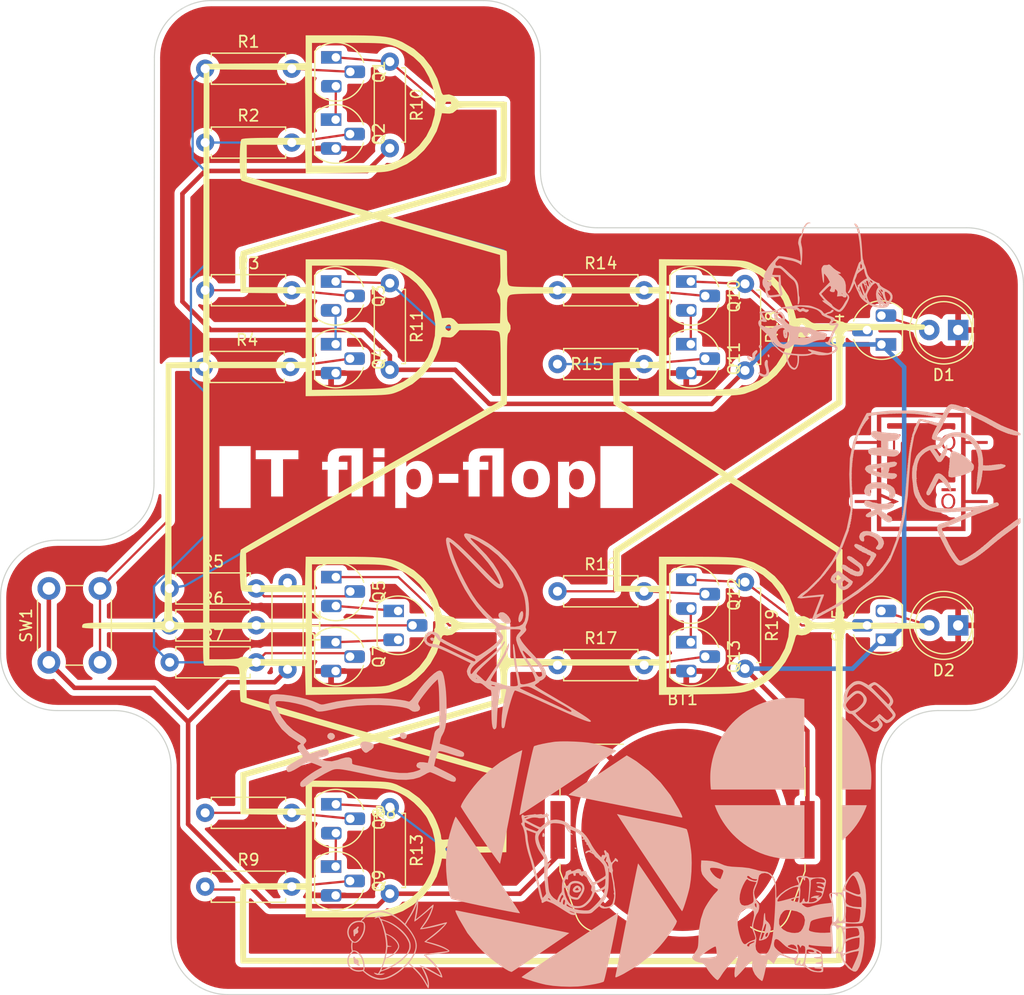
<source format=kicad_pcb>
(kicad_pcb (version 20241229) (generator "pcbnew") (generator_version "9.0")
  (layers (0 "F.Cu" signal) (2 "B.Cu" signal) (13 "F.Paste" user) (15 "B.Paste" user) (5 "F.SilkS" user "F.Silkscreen") (7 "B.SilkS" user "B.Silkscreen") (1 "F.Mask" user) (3 "B.Mask" user) (25 "Edge.Cuts" user))
  (net 0 "")
  (net 1 "GND")
  (net 2 "+3.3V")
  (net 3 "Net-(D1-A)")
  (net 4 "Net-(D2-A)")
  (net 5 "Net-(Q1-B)")
  (net 6 "Net-(Q1-E)")
  (net 7 "Net-(Q1-C)")
  (net 8 "Net-(Q2-B)")
  (net 9 "Net-(Q3-B)")
  (net 10 "Net-(Q3-E)")
  (net 11 "Net-(Q3-C)")
  (net 12 "Net-(Q4-B)")
  (net 13 "Net-(Q5-E)")
  (net 14 "Net-(Q5-B)")
  (net 15 "Net-(Q5-C)")
  (net 16 "Net-(Q6-E)")
  (net 17 "Net-(Q6-B)")
  (net 18 "Net-(Q7-B)")
  (net 19 "Net-(Q8-C)")
  (net 20 "Net-(Q8-E)")
  (net 21 "Net-(Q8-B)")
  (net 22 "Net-(Q9-B)")
  (net 23 "Net-(Q10-B)")
  (net 24 "Net-(Q10-E)")
  (net 25 "Net-(Q10-C)")
  (net 26 "Net-(Q11-B)")
  (net 27 "Net-(Q12-C)")
  (net 28 "Net-(Q12-E)")
  (net 29 "Net-(Q12-B)")
  (net 30 "Net-(Q13-B)")
  (net 31 "Net-(R4-Pad1)")
  (footprint "Package_TO_SOT_THT:TO-92L_HandSolder" (layer "F.Cu") (at 168.23 101.48 -90)
    (property "Reference" "Q13" (at 1.27 -3.8 90) (layer "F.SilkS"))
    (property "Value" "NPN")
    (pad "1" thru_hole rect (at 0 0 270) (size 1.1 1.8) (drill 0.75 (offset 0 0.4)) (layers "*.Cu" "*.Mask") (net 28 "Net-(Q12-E)"))
    (pad "2" thru_hole roundrect (at 1.27 -1.27 270) (size 1.1 1.8) (drill 0.75 (offset 0 -0.4)) (layers "*.Cu" "*.Mask") (net 30 "Net-(Q13-B)"))
    (pad "3" thru_hole roundrect (at 2.54 0 270) (size 1.1 1.8) (drill 0.75 (offset 0 0.4)) (layers "*.Cu" "*.Mask") (net 1 "GND"))
  )
  (footprint "Resistor_THT:R_Axial_DIN0207_L6.3mm_D2.5mm_P7.62mm_Horizontal" (layer "F.Cu") (at 122.38 96.75)
    (property "Reference" "R5" (at 3.81 -2.37 0) (layer "F.SilkS"))
    (property "Value" "220")
    (pad "1" thru_hole circle (at 0 0) (size 1.6 1.6) (drill 0.8) (layers "*.Cu" "*.Mask") (net 11 "Net-(Q3-C)"))
    (pad "2" thru_hole oval (at 7.62 0) (size 1.6 1.6) (drill 0.8) (layers "*.Cu" "*.Mask") (net 14 "Net-(Q5-B)"))
  )
  (footprint "Battery:BatteryHolder_Keystone_3034_1x20mm" (layer "F.Cu") (at 167.5 118)
    (property "Reference" "BT1" (at 0 -11.5 0) (layer "F.SilkS"))
    (property "Value" "Battery_Cell")
    (pad "1" smd rect (at -10.985 0) (size 1.27 5.08) (layers "F.Cu" "F.Mask" "F.Paste") (net 2 "+3.3V"))
    (pad "1" smd rect (at 10.985 0) (size 1.27 5.08) (layers "F.Cu" "F.Mask" "F.Paste") (net 2 "+3.3V"))
    (pad "2" smd circle (at 0 0) (size 17.8 17.8) (layers "F.Cu" "F.Mask") (net 1 "GND"))
  )
  (footprint "Resistor_THT:R_Axial_DIN0207_L6.3mm_D2.5mm_P7.62mm_Horizontal" (layer "F.Cu") (at 141.75 50.38 -90)
    (property "Reference" "R10" (at 3.81 -2.37 90) (layer "F.SilkS"))
    (property "Value" "220")
    (pad "1" thru_hole circle (at 0 0 270) (size 1.6 1.6) (drill 0.8) (layers "*.Cu" "*.Mask") (net 7 "Net-(Q1-C)"))
    (pad "2" thru_hole oval (at 7.62 0 270) (size 1.6 1.6) (drill 0.8) (layers "*.Cu" "*.Mask") (net 2 "+3.3V"))
  )
  (footprint "LED_THT:LED_D5.0mm" (layer "F.Cu") (at 191.75 74 180)
    (property "Reference" "D1" (at 1.27 -3.96 0) (layer "F.SilkS"))
    (property "Value" "LED")
    (pad "1" thru_hole rect (at 0 0 180) (size 1.8 1.8) (drill 0.9) (layers "*.Cu" "*.Mask") (net 1 "GND"))
    (pad "2" thru_hole circle (at 2.54 0 180) (size 1.8 1.8) (drill 0.9) (layers "*.Cu" "*.Mask") (net 3 "Net-(D1-A)"))
  )
  (footprint "Package_TO_SOT_THT:TO-92L_HandSolder" (layer "F.Cu") (at 136.980001 101.48 -90)
    (property "Reference" "Q7" (at 1.27 -3.8 90) (layer "F.SilkS"))
    (property "Value" "NPN")
    (pad "1" thru_hole rect (at 0 0 270) (size 1.1 1.8) (drill 0.75 (offset 0 0.4)) (layers "*.Cu" "*.Mask") (net 16 "Net-(Q6-E)"))
    (pad "2" thru_hole roundrect (at 1.27 -1.27 270) (size 1.1 1.8) (drill 0.75 (offset 0 -0.4)) (layers "*.Cu" "*.Mask") (net 18 "Net-(Q7-B)"))
    (pad "3" thru_hole roundrect (at 2.54 0 270) (size 1.1 1.8) (drill 0.75 (offset 0 0.4)) (layers "*.Cu" "*.Mask") (net 1 "GND"))
  )
  (footprint "Resistor_THT:R_Axial_DIN0207_L6.3mm_D2.5mm_P7.62mm_Horizontal" (layer "F.Cu") (at 156.5 97)
    (property "Reference" "R16" (at 3.81 -2.37 0) (layer "F.SilkS"))
    (property "Value" "4.7k")
    (pad "1" thru_hole circle (at 0 0) (size 1.6 1.6) (drill 0.8) (layers "*.Cu" "*.Mask") (net 25 "Net-(Q10-C)"))
    (pad "2" thru_hole oval (at 7.62 0) (size 1.6 1.6) (drill 0.8) (layers "*.Cu" "*.Mask") (net 29 "Net-(Q12-B)"))
  )
  (footprint "Package_TO_SOT_THT:TO-92L_HandSolder" (layer "F.Cu") (at 168.23 69.73 -90)
    (property "Reference" "Q10" (at 1.27 -3.8 90) (layer "F.SilkS"))
    (property "Value" "NPN")
    (pad "1" thru_hole rect (at 0 0 270) (size 1.1 1.8) (drill 0.75 (offset 0 0.4)) (layers "*.Cu" "*.Mask") (net 25 "Net-(Q10-C)"))
    (pad "2" thru_hole roundrect (at 1.27 -1.27 270) (size 1.1 1.8) (drill 0.75 (offset 0 -0.4)) (layers "*.Cu" "*.Mask") (net 23 "Net-(Q10-B)"))
    (pad "3" thru_hole roundrect (at 2.54 0 270) (size 1.1 1.8) (drill 0.75 (offset 0 0.4)) (layers "*.Cu" "*.Mask") (net 24 "Net-(Q10-E)"))
  )
  (footprint "Package_TO_SOT_THT:TO-92L_HandSolder" (layer "F.Cu") (at 136.980001 121.23 -90)
    (property "Reference" "Q9" (at 1.27 -3.8 90) (layer "F.SilkS"))
    (property "Value" "NPN")
    (pad "1" thru_hole rect (at 0 0 270) (size 1.1 1.8) (drill 0.75 (offset 0 0.4)) (layers "*.Cu" "*.Mask") (net 20 "Net-(Q8-E)"))
    (pad "2" thru_hole roundrect (at 1.27 -1.27 270) (size 1.1 1.8) (drill 0.75 (offset 0 -0.4)) (layers "*.Cu" "*.Mask") (net 22 "Net-(Q9-B)"))
    (pad "3" thru_hole roundrect (at 2.54 0 270) (size 1.1 1.8) (drill 0.75 (offset 0 0.4)) (layers "*.Cu" "*.Mask") (net 1 "GND"))
  )
  (footprint "Package_TO_SOT_THT:TO-92L_HandSolder" (layer "F.Cu") (at 136.980001 75.25 -90)
    (property "Reference" "Q4" (at 1.27 -3.8 90) (layer "F.SilkS"))
    (property "Value" "NPN")
    (pad "1" thru_hole rect (at 0 0 270) (size 1.1 1.8) (drill 0.75 (offset 0 0.4)) (layers "*.Cu" "*.Mask") (net 10 "Net-(Q3-E)"))
    (pad "2" thru_hole roundrect (at 1.27 -1.27 270) (size 1.1 1.8) (drill 0.75 (offset 0 -0.4)) (layers "*.Cu" "*.Mask") (net 12 "Net-(Q4-B)"))
    (pad "3" thru_hole roundrect (at 2.54 0 270) (size 1.1 1.8) (drill 0.75 (offset 0 0.4)) (layers "*.Cu" "*.Mask") (net 1 "GND"))
  )
  (footprint "Package_TO_SOT_THT:TO-92L_HandSolder" (layer "F.Cu") (at 168.23 75.25 -90)
    (property "Reference" "Q11" (at 1.27 -3.8 90) (layer "F.SilkS"))
    (property "Value" "NPN")
    (pad "1" thru_hole rect (at 0 0 270) (size 1.1 1.8) (drill 0.75 (offset 0 0.4)) (layers "*.Cu" "*.Mask") (net 24 "Net-(Q10-E)"))
    (pad "2" thru_hole roundrect (at 1.27 -1.27 270) (size 1.1 1.8) (drill 0.75 (offset 0 -0.4)) (layers "*.Cu" "*.Mask") (net 26 "Net-(Q11-B)"))
    (pad "3" thru_hole roundrect (at 2.54 0 270) (size 1.1 1.8) (drill 0.75 (offset 0 0.4)) (layers "*.Cu" "*.Mask") (net 1 "GND"))
  )
  (footprint "Resistor_THT:R_Axial_DIN0207_L6.3mm_D2.5mm_P7.62mm_Horizontal" (layer "F.Cu") (at 156.5 103.5)
    (property "Reference" "R17" (at 3.81 -2.37 0) (layer "F.SilkS"))
    (property "Value" "4.7k")
    (pad "1" thru_hole circle (at 0 0) (size 1.6 1.6) (drill 0.8) (layers "*.Cu" "*.Mask") (net 15 "Net-(Q5-C)"))
    (pad "2" thru_hole oval (at 7.62 0) (size 1.6 1.6) (drill 0.8) (layers "*.Cu" "*.Mask") (net 30 "Net-(Q13-B)"))
  )
  (footprint "Resistor_THT:R_Axial_DIN0207_L6.3mm_D2.5mm_P7.62mm_Horizontal" (layer "F.Cu") (at 141.75 116 -90)
    (property "Reference" "R13" (at 3.81 -2.37 90) (layer "F.SilkS"))
    (property "Value" "220")
    (pad "1" thru_hole circle (at 0 0 270) (size 1.6 1.6) (drill 0.8) (layers "*.Cu" "*.Mask") (net 19 "Net-(Q8-C)"))
    (pad "2" thru_hole oval (at 7.62 0 270) (size 1.6 1.6) (drill 0.8) (layers "*.Cu" "*.Mask") (net 2 "+3.3V"))
  )
  (footprint "Package_TO_SOT_THT:TO-92L_HandSolder" (layer "F.Cu") (at 185 75.27 90)
    (property "Reference" "Q14" (at 1.27 -3.8 90) (layer "F.SilkS"))
    (property "Value" "NPN")
    (pad "1" thru_hole rect (at 0 0 90) (size 1.1 1.8) (drill 0.75 (offset 0 0.4)) (layers "*.Cu" "*.Mask") (net 2 "+3.3V"))
    (pad "2" thru_hole roundrect (at 1.27 -1.27 90) (size 1.1 1.8) (drill 0.75 (offset 0 -0.4)) (layers "*.Cu" "*.Mask") (net 25 "Net-(Q10-C)"))
    (pad "3" thru_hole roundrect (at 2.54 0 90) (size 1.1 1.8) (drill 0.75 (offset 0 0.4)) (layers "*.Cu" "*.Mask") (net 3 "Net-(D1-A)"))
  )
  (footprint "Resistor_THT:R_Axial_DIN0207_L6.3mm_D2.5mm_P7.62mm_Horizontal" (layer "F.Cu") (at 122.38 103.25)
    (property "Reference" "R7" (at 3.81 -2.37 0) (layer "F.SilkS"))
    (property "Value" "220")
    (pad "1" thru_hole circle (at 0 0) (size 1.6 1.6) (drill 0.8) (layers "*.Cu" "*.Mask") (net 19 "Net-(Q8-C)"))
    (pad "2" thru_hole oval (at 7.62 0) (size 1.6 1.6) (drill 0.8) (layers "*.Cu" "*.Mask") (net 18 "Net-(Q7-B)"))
  )
  (footprint "Package_TO_SOT_THT:TO-92L_HandSolder" (layer "F.Cu") (at 185 101.27 90)
    (property "Reference" "Q15" (at 1.27 -3.8 90) (layer "F.SilkS"))
    (property "Value" "NPN")
    (pad "1" thru_hole rect (at 0 0 90) (size 1.1 1.8) (drill 0.75 (offset 0 0.4)) (layers "*.Cu" "*.Mask") (net 2 "+3.3V"))
    (pad "2" thru_hole roundrect (at 1.27 -1.27 90) (size 1.1 1.8) (drill 0.75 (offset 0 -0.4)) (layers "*.Cu" "*.Mask") (net 27 "Net-(Q12-C)"))
    (pad "3" thru_hole roundrect (at 2.54 0 90) (size 1.1 1.8) (drill 0.75 (offset 0 0.4)) (layers "*.Cu" "*.Mask") (net 4 "Net-(D2-A)"))
  )
  (footprint "Resistor_THT:R_Axial_DIN0207_L6.3mm_D2.5mm_P7.62mm_Horizontal" (layer "F.Cu") (at 173 96.19 -90)
    (property "Reference" "R19" (at 3.81 -2.37 90) (layer "F.SilkS"))
    (property "Value" "220")
    (pad "1" thru_hole circle (at 0 0 270) (size 1.6 1.6) (drill 0.8) (layers "*.Cu" "*.Mask") (net 27 "Net-(Q12-C)"))
    (pad "2" thru_hole oval (at 7.62 0 270) (size 1.6 1.6) (drill 0.8) (layers "*.Cu" "*.Mask") (net 2 "+3.3V"))
  )
  (footprint "Resistor_THT:R_Axial_DIN0207_L6.3mm_D2.5mm_P7.62mm_Horizontal" (layer "F.Cu") (at 141.75 69.88 -90)
    (property "Reference" "R11" (at 3.81 -2.37 90) (layer "F.SilkS"))
    (property "Value" "220")
    (pad "1" thru_hole circle (at 0 0 270) (size 1.6 1.6) (drill 0.8) (layers "*.Cu" "*.Mask") (net 11 "Net-(Q3-C)"))
    (pad "2" thru_hole oval (at 7.62 0 270) (size 1.6 1.6) (drill 0.8) (layers "*.Cu" "*.Mask") (net 2 "+3.3V"))
  )
  (footprint "Package_TO_SOT_THT:TO-92L_HandSolder" (layer "F.Cu") (at 137 95.75 -90)
    (property "Reference" "Q5" (at 1.27 -3.8 90) (layer "F.SilkS"))
    (property "Value" "NPN")
    (pad "1" thru_hole rect (at 0 0 270) (size 1.1 1.8) (drill 0.75 (offset 0 0.4)) (layers "*.Cu" "*.Mask") (net 15 "Net-(Q5-C)"))
    (pad "2" thru_hole roundrect (at 1.27 -1.27 270) (size 1.1 1.8) (drill 0.75 (offset 0 -0.4)) (layers "*.Cu" "*.Mask") (net 14 "Net-(Q5-B)"))
    (pad "3" thru_hole roundrect (at 2.54 0 270) (size 1.1 1.8) (drill 0.75 (offset 0 0.4)) (layers "*.Cu" "*.Mask") (net 13 "Net-(Q5-E)"))
  )
  (footprint "Resistor_THT:R_Axial_DIN0207_L6.3mm_D2.5mm_P7.62mm_Horizontal" (layer "F.Cu") (at 125.5 57.5)
    (property "Reference" "R2" (at 3.81 -2.37 0) (layer "F.SilkS"))
    (property "Value" "4.7k")
    (pad "1" thru_hole circle (at 0 0) (size 1.6 1.6) (drill 0.8) (layers "*.Cu" "*.Mask") (net 11 "Net-(Q3-C)"))
    (pad "2" thru_hole oval (at 7.62 0) (size 1.6 1.6) (drill 0.8) (layers "*.Cu" "*.Mask") (net 8 "Net-(Q2-B)"))
  )
  (footprint "Package_TO_SOT_THT:TO-92L_HandSolder" (layer "F.Cu") (at 137 115.75 -90)
    (property "Reference" "Q8" (at 1.27 -3.8 90) (layer "F.SilkS"))
    (property "Value" "NPN")
    (pad "1" thru_hole rect (at 0 0 270) (size 1.1 1.8) (drill 0.75 (offset 0 0.4)) (layers "*.Cu" "*.Mask") (net 19 "Net-(Q8-C)"))
    (pad "2" thru_hole roundrect (at 1.27 -1.27 270) (size 1.1 1.8) (drill 0.75 (offset 0 -0.4)) (layers "*.Cu" "*.Mask") (net 21 "Net-(Q8-B)"))
    (pad "3" thru_hole roundrect (at 2.54 0 270) (size 1.1 1.8) (drill 0.75 (offset 0 0.4)) (layers "*.Cu" "*.Mask") (net 20 "Net-(Q8-E)"))
  )
  (footprint "Resistor_THT:R_Axial_DIN0207_L6.3mm_D2.5mm_P7.62mm_Horizontal" (layer "F.Cu") (at 156.5 70.5)
    (property "Reference" "R14" (at 3.81 -2.37 0) (layer "F.SilkS"))
    (property "Value" "4.7k")
    (pad "1" thru_hole circle (at 0 0) (size 1.6 1.6) (drill 0.8) (layers "*.Cu" "*.Mask") (net 11 "Net-(Q3-C)"))
    (pad "2" thru_hole oval (at 7.62 0) (size 1.6 1.6) (drill 0.8) (layers "*.Cu" "*.Mask") (net 23 "Net-(Q10-B)"))
  )
  (footprint "LED_THT:LED_D5.0mm" (layer "F.Cu") (at 191.75 100 180)
    (property "Reference" "D2" (at 1.27 -3.96 0) (layer "F.SilkS"))
    (property "Value" "LED")
    (pad "1" thru_hole rect (at 0 0 180) (size 1.8 1.8) (drill 0.9) (layers "*.Cu" "*.Mask") (net 1 "GND"))
    (pad "2" thru_hole circle (at 2.54 0 180) (size 1.8 1.8) (drill 0.9) (layers "*.Cu" "*.Mask") (net 4 "Net-(D2-A)"))
  )
  (footprint "clipboard:47bf48cc-69b8-420b-ba80-34749ad7fe65" (layer "F.Cu") (at 188.5 91.304809)
    (property "Reference" "" (hide yes))
    (property "Value" "")
  )
  (footprint "Resistor_THT:R_Axial_DIN0207_L6.3mm_D2.5mm_P7.62mm_Horizontal" (layer "F.Cu") (at 125.5 70.5)
    (property "Reference" "R3" (at 3.81 -2.37 0) (layer "F.SilkS"))
    (property "Value" "220")
    (pad "1" thru_hole circle (at 0 0) (size 1.6 1.6) (drill 0.8) (layers "*.Cu" "*.Mask") (net 7 "Net-(Q1-C)"))
    (pad "2" thru_hole oval (at 7.62 0) (size 1.6 1.6) (drill 0.8) (layers "*.Cu" "*.Mask") (net 9 "Net-(Q3-B)"))
  )
  (footprint "Package_TO_SOT_THT:TO-92L_HandSolder" (layer "F.Cu") (at 137 50 -90)
    (property "Reference" "Q1" (at 1.27 -3.8 90) (layer "F.SilkS"))
    (property "Value" "NPN")
    (pad "1" thru_hole rect (at 0 0 270) (size 1.1 1.8) (drill 0.75 (offset 0 0.4)) (layers "*.Cu" "*.Mask") (net 7 "Net-(Q1-C)"))
    (pad "2" thru_hole roundrect (at 1.27 -1.27 270) (size 1.1 1.8) (drill 0.75 (offset 0 -0.4)) (layers "*.Cu" "*.Mask") (net 5 "Net-(Q1-B)"))
    (pad "3" thru_hole roundrect (at 2.54 0 270) (size 1.1 1.8) (drill 0.75 (offset 0 0.4)) (layers "*.Cu" "*.Mask") (net 6 "Net-(Q1-E)"))
  )
  (footprint "Package_TO_SOT_THT:TO-92L_HandSolder" (layer "F.Cu") (at 142.48 98.73 -90)
    (property "Reference" "Q6" (at 1.27 -3.8 90) (layer "F.SilkS"))
    (property "Value" "NPN")
    (pad "1" thru_hole rect (at 0 0 270) (size 1.1 1.8) (drill 0.75 (offset 0 0.4)) (layers "*.Cu" "*.Mask") (net 13 "Net-(Q5-E)"))
    (pad "2" thru_hole roundrect (at 1.27 -1.27 270) (size 1.1 1.8) (drill 0.75 (offset 0 -0.4)) (layers "*.Cu" "*.Mask") (net 17 "Net-(Q6-B)"))
    (pad "3" thru_hole roundrect (at 2.54 0 270) (size 1.1 1.8) (drill 0.75 (offset 0 0.4)) (layers "*.Cu" "*.Mask") (net 16 "Net-(Q6-E)"))
  )
  (footprint "Resistor_THT:R_Axial_DIN0207_L6.3mm_D2.5mm_P7.62mm_Horizontal" (layer "F.Cu") (at 125.38 77.25)
    (property "Reference" "R4" (at 3.81 -2.37 0) (layer "F.SilkS"))
    (property "Value" "220")
    (pad "1" thru_hole circle (at 0 0) (size 1.6 1.6) (drill 0.8) (layers "*.Cu" "*.Mask") (net 31 "Net-(R4-Pad1)"))
    (pad "2" thru_hole oval (at 7.62 0) (size 1.6 1.6) (drill 0.8) (layers "*.Cu" "*.Mask") (net 12 "Net-(Q4-B)"))
  )
  (footprint "Resistor_THT:R_Axial_DIN0207_L6.3mm_D2.5mm_P7.62mm_Horizontal" (layer "F.Cu") (at 173 69.94 -90)
    (property "Reference" "R18" (at 3.81 -2.37 90) (layer "F.SilkS"))
    (property "Value" "220")
    (pad "1" thru_hole circle (at 0 0 270) (size 1.6 1.6) (drill 0.8) (layers "*.Cu" "*.Mask") (net 25 "Net-(Q10-C)"))
    (pad "2" thru_hole oval (at 7.62 0 270) (size 1.6 1.6) (drill 0.8) (layers "*.Cu" "*.Mask") (net 2 "+3.3V"))
  )
  (footprint "Resistor_THT:R_Axial_DIN0207_L6.3mm_D2.5mm_P7.62mm_Horizontal" (layer "F.Cu") (at 156.5 77)
    (property "Reference" "R15" (at 2.575 -0.001925 0) (layer "F.SilkS"))
    (property "Value" "4.7k")
    (pad "1" thru_hole circle (at 0 0) (size 1.6 1.6) (drill 0.8) (layers "*.Cu" "*.Mask") (net 27 "Net-(Q12-C)"))
    (pad "2" thru_hole oval (at 7.62 0) (size 1.6 1.6) (drill 0.8) (layers "*.Cu" "*.Mask") (net 26 "Net-(Q11-B)"))
  )
  (footprint "Resistor_THT:R_Axial_DIN0207_L6.3mm_D2.5mm_P7.62mm_Horizontal" (layer "F.Cu") (at 132.75 96.25 -90)
    (property "Reference" "R12" (at 3.81 -2.37 90) (layer "F.SilkS"))
    (property "Value" "220")
    (pad "1" thru_hole circle (at 0 0 270) (size 1.6 1.6) (drill 0.8) (layers "*.Cu" "*.Mask") (net 15 "Net-(Q5-C)"))
    (pad "2" thru_hole oval (at 7.62 0 270) (size 1.6 1.6) (drill 0.8) (layers "*.Cu" "*.Mask") (net 2 "+3.3V"))
  )
  (footprint "Resistor_THT:R_Axial_DIN0207_L6.3mm_D2.5mm_P7.62mm_Horizontal" (layer "F.Cu") (at 125.5 116.5)
    (property "Reference" "R8" (at 15.845 -0.001925 0) (layer "F.SilkS"))
    (property "Value" "220")
    (pad "1" thru_hole circle (at 0 0) (size 1.6 1.6) (drill 0.8) (layers "*.Cu" "*.Mask") (net 15 "Net-(Q5-C)"))
    (pad "2" thru_hole oval (at 7.62 0) (size 1.6 1.6) (drill 0.8) (layers "*.Cu" "*.Mask") (net 21 "Net-(Q8-B)"))
  )
  (footprint "Package_TO_SOT_THT:TO-92L_HandSolder" (layer "F.Cu") (at 136.980001 55.48 -90)
    (property "Reference" "Q2" (at 1.27 -3.8 90) (layer "F.SilkS"))
    (property "Value" "NPN")
    (pad "1" thru_hole rect (at 0 0 270) (size 1.1 1.8) (drill 0.75 (offset 0 0.4)) (layers "*.Cu" "*.Mask") (net 6 "Net-(Q1-E)"))
    (pad "2" thru_hole roundrect (at 1.27 -1.27 270) (size 1.1 1.8) (drill 0.75 (offset 0 -0.4)) (layers "*.Cu" "*.Mask") (net 8 "Net-(Q2-B)"))
    (pad "3" thru_hole roundrect (at 2.54 0 270) (size 1.1 1.8) (drill 0.75 (offset 0 0.4)) (layers "*.Cu" "*.Mask") (net 1 "GND"))
  )
  (footprint "Package_TO_SOT_THT:TO-92L_HandSolder" (layer "F.Cu") (at 136.980001 69.73 -90)
    (property "Reference" "Q3" (at 1.27 -3.8 90) (layer "F.SilkS"))
    (property "Value" "NPN")
    (pad "1" thru_hole rect (at 0 0 270) (size 1.1 1.8) (drill 0.75 (offset 0 0.4)) (layers "*.Cu" "*.Mask") (net 11 "Net-(Q3-C)"))
    (pad "2" thru_hole roundrect (at 1.27 -1.27 270) (size 1.1 1.8) (drill 0.75 (offset 0 -0.4)) (layers "*.Cu" "*.Mask") (net 9 "Net-(Q3-B)"))
    (pad "3" thru_hole roundrect (at 2.54 0 270) (size 1.1 1.8) (drill 0.75 (offset 0 0.4)) (layers "*.Cu" "*.Mask") (net 10 "Net-(Q3-E)"))
  )
  (footprint "Resistor_THT:R_Axial_DIN0207_L6.3mm_D2.5mm_P7.62mm_Horizontal" (layer "F.Cu") (at 122.38 100)
    (property "Reference" "R6" (at 3.81 -2.37 0) (layer "F.SilkS"))
    (property "Value" "220")
    (pad "1" thru_hole circle (at 0 0) (size 1.6 1.6) (drill 0.8) (layers "*.Cu" "*.Mask") (net 31 "Net-(R4-Pad1)"))
    (pad "2" thru_hole oval (at 7.62 0) (size 1.6 1.6) (drill 0.8) (layers "*.Cu" "*.Mask") (net 17 "Net-(Q6-B)"))
  )
  (footprint "Resistor_THT:R_Axial_DIN0207_L6.3mm_D2.5mm_P7.62mm_Horizontal" (layer "F.Cu") (at 125.5 123)
    (property "Reference" "R9" (at 3.81 -2.37 0) (layer "F.SilkS"))
    (property "Value" "47k")
    (pad "1" thru_hole circle (at 0 0) (size 1.6 1.6) (drill 0.8) (layers "*.Cu" "*.Mask") (net 27 "Net-(Q12-C)"))
    (pad "2" thru_hole oval (at 7.62 0) (size 1.6 1.6) (drill 0.8) (layers "*.Cu" "*.Mask") (net 22 "Net-(Q9-B)"))
  )
  (footprint "LOGO" (layer "F.Cu") (at 152.5 89.5)
    (property "Reference" "G***" (hide yes))
    (property "Value" "LOGO" (hide yes))
  )
  (footprint "Package_TO_SOT_THT:TO-92L_HandSolder" (layer "F.Cu") (at 168.230001 95.98 -90)
    (property "Reference" "Q12" (at 1.27 -3.8 90) (layer "F.SilkS"))
    (property "Value" "NPN")
    (pad "1" thru_hole rect (at 0 0 270) (size 1.1 1.8) (drill 0.75 (offset 0 0.4)) (layers "*.Cu" "*.Mask") (net 27 "Net-(Q12-C)"))
    (pad "2" thru_hole roundrect (at 1.27 -1.27 270) (size 1.1 1.8) (drill 0.75 (offset 0 -0.4)) (layers "*.Cu" "*.Mask") (net 29 "Net-(Q12-B)"))
    (pad "3" thru_hole roundrect (at 2.54 0 270) (size 1.1 1.8) (drill 0.75 (offset 0 0.4)) (layers "*.Cu" "*.Mask") (net 28 "Net-(Q12-E)"))
  )
  (footprint "Resistor_THT:R_Axial_DIN0207_L6.3mm_D2.5mm_P7.62mm_Horizontal" (layer "F.Cu") (at 125.5 51)
    (property "Reference" "R1" (at 3.81 -2.37 0) (layer "F.SilkS"))
    (property "Value" "4.7k")
    (pad "1" thru_hole circle (at 0 0) (size 1.6 1.6) (drill 0.8) (layers "*.Cu" "*.Mask") (net 19 "Net-(Q8-C)"))
    (pad "2" thru_hole oval (at 7.62 0) (size 1.6 1.6) (drill 0.8) (layers "*.Cu" "*.Mask") (net 5 "Net-(Q1-B)"))
  )
  (footprint "Button_Switch_THT:SW_PUSH_6mm" (layer "F.Cu") (at 111.75 103.25 90)
    (property "Reference" "SW1" (at 3.25 -2.000001 90) (layer "F.SilkS"))
    (property "Value" "SW_Push")
    (pad "1" thru_hole circle (at 0 0 180) (size 2 2) (drill 1.1) (layers "*.Cu" "*.Mask") (net 2 "+3.3V"))
    (pad "1" thru_hole circle (at 6.5 0 180) (size 2 2) (drill 1.1) (layers "*.Cu" "*.Mask") (net 2 "+3.3V"))
    (pad "2" thru_hole circle (at 0 4.500001 180) (size 2 2) (drill 1.1) (layers "*.Cu" "*.Mask") (net 31 "Net-(R4-Pad1)"))
    (pad "2" thru_hole circle (at 6.500001 4.5 180) (size 2 2) (drill 1.1) (layers "*.Cu" "*.Mask") (net 31 "Net-(R4-Pad1)"))
  )
  (footprint "clipboard:47bf48cc-69b8-420b-ba80-34749ad7fe65" (layer "F.Cu") (at 188.5 91.304809)
    (property "Reference" "" (at 0 0 0) (layer "F.SilkS") (effects (font (size 1.27 1.27))))
    (property "Value" "")
    (fp_poly (pts (xy -1.828343 -8.037091) (xy -1.828343 -7.96091) (xy -2.063234 -7.96091) (xy -2.298125 -7.96091) (xy -2.298125 -7.370508) (xy -2.298125 -6.780105) (xy -2.390177 -6.780105) (xy -2.482229 -6.780105) (xy -2.482229 -7.370508) (xy -2.482229 -7.96091) (xy -2.71712 -7.96091) (xy -2.952012 -7.96091) (xy -2.952012 -8.037091) (xy -2.952012 -8.113272) (xy -2.390177 -8.113272) (xy -1.828343 -8.113272)) (fill yes) (layer "F.Cu"))
    (fp_poly (pts (xy 3.033083 -3.245626) (xy 3.031367 -3.113897) (xy 2.415074 -3.112278) (xy 2.327693 -3.112092) (xy 2.243921 -3.111997) (xy 2.164628 -3.111991) (xy 2.090684 -3.112068) (xy 2.022961 -3.112226) (xy 1.962328 -3.112461) (xy 1.909657 -3.112769) (xy 1.865818 -3.113147) (xy 1.831682 -3.11359) (xy 1.808118 -3.114095) (xy 1.795999 -3.114659) (xy 1.794516 -3.114923) (xy 1.793226 -3.122291) (xy 1.792093 -3.140387) (xy 1.791179 -3.167242) (xy 1.790548 -3.200887) (xy 1.790263 -3.239354) (xy 1.790253 -3.248271) (xy 1.790253 -3.377356) (xy 2.412526 -3.377356) (xy 3.034799 -3.377356)) (fill yes) (layer "F.Cu"))
    (fp_poly (pts (xy 2.446926 -8.105736) (xy 2.488572 -8.102746) (xy 2.50122 -8.101054) (xy 2.585029 -8.08192) (xy 2.662774 -8.051931) (xy 2.733945 -8.011645) (xy 2.798034 -7.961624) (xy 2.854531 -7.902427) (xy 2.902928 -7.834615) (xy 2.942716 -7.758749) (xy 2.973385 -7.675388) (xy 2.994428 -7.585093) (xy 2.999341 -7.552592) (xy 3.008021 -7.449157) (xy 3.006649 -7.34984) (xy 2.995499 -7.255349) (xy 2.974848 -7.166394) (xy 2.944971 -7.083683) (xy 2.906143 -7.007924) (xy 2.85864 -6.939828) (xy 2.802737 -6.880101) (xy 2.738709 -6.829454) (xy 2.711729 -6.812395) (xy 2.68797 -6.798111) (xy 2.668908 -6.786217) (xy 2.6568 -6.778149) (xy 2.653637 -6.775437) (xy 2.657689 -6.770314) (xy 2.668932 -6.757333) (xy 2.685998 -6.738015) (xy 2.707519 -6.71388) (xy 2.732126 -6.686447) (xy 2.75845 -6.657236) (xy 2.785123 -6.627768) (xy 2.810777 -6.599563) (xy 2.834043 -6.57414) (xy 2.853552 -6.55302) (xy 2.862338 -6.543627) (xy 2.884757 -6.51982) (xy 2.773506 -6.51982) (xy 2.662256 -6.51982) (xy 2.566231 -6.623802) (xy 2.470205 -6.727784) (xy 2.369882 -6.730938) (xy 2.3111 -6.733947) (xy 2.261465 -6.739417) (xy 2.217543 -6.748102) (xy 2.175899 -6.760753) (xy 2.133101 -6.778122) (xy 2.114022 -6.786972) (xy 2.043204 -6.827743) (xy 1.97936 -6.878713) (xy 1.923166 -6.939056) (xy 1.875301 -7.007945) (xy 1.83644 -7.084554) (xy 1.81019 -7.157836) (xy 1.792674 -7.233242) (xy 1.781712 -7.316096) (xy 1.77782 -7.392797) (xy 1.973283 -7.392797) (xy 1.979869 -7.301639) (xy 1.994929 -7.218088) (xy 2.018287 -7.142581) (xy 2.049763 -7.075552) (xy 2.08918 -7.017437) (xy 2.13636 -6.96867) (xy 2.191123 -6.929687) (xy 2.209408 -6.919759) (xy 2.270756 -6.895534) (xy 2.337391 -6.881744) (xy 2.407075 -6.878597) (xy 2.477568 -6.886303) (xy 2.504449 -6.892207) (xy 2.563998 -6.913605) (xy 2.618886 -6.946169) (xy 2.668396 -6.988994) (xy 2.711807 -7.041177) (xy 2.7484 -7.101814) (xy 2.777457 -7.170001) (xy 2.798258 -7.244834) (xy 2.802502 -7.266842) (xy 2.807655 -7.307405) (xy 2.810879 -7.356514) (xy 2.812174 -7.410198) (xy 2.811536 -7.464485) (xy 2.808964 -7.515403) (xy 2.804456 -7.558983) (xy 2.802656 -7.570432) (xy 2.783997 -7.647924) (xy 2.756579 -7.718586) (xy 2.721051 -7.781619) (xy 2.678063 -7.836224) (xy 2.628264 -7.881601) (xy 2.572303 -7.91695) (xy 2.510831 -7.941474) (xy 2.498354 -7.944902) (xy 2.4686 -7.950093) (xy 2.430704 -7.953263) (xy 2.389067 -7.954357) (xy 2.348093 -7.953317) (xy 2.312182 -7.950087) (xy 2.296851 -7.947497) (xy 2.240621 -7.930537) (xy 2.188838 -7.903717) (xy 2.139481 -7.865882) (xy 2.117684 -7.845118) (xy 2.071186 -7.790646) (xy 2.034186 -7.730253) (xy 2.006289 -7.662963) (xy 1.987104 -7.587801) (xy 1.976239 -7.50379) (xy 1.975351 -7.491127) (xy 1.973283 -7.392797) (xy 1.77782 -7.392797) (xy 1.777304 -7.402969) (xy 1.77945 -7.490434) (xy 1.788149 -7.575063) (xy 1.803402 -7.653428) (xy 1.81019 -7.678406) (xy 1.840863 -7.7617) (xy 1.881316 -7.837651) (xy 1.930912 -7.90562) (xy 1.989015 -7.964969) (xy 2.054987 -8.015061) (xy 2.128194 -8.055257) (xy 2.207996 -8.08492) (xy 2.21896 -8.088007) (xy 2.254531 -8.095325) (xy 2.298909 -8.100933) (xy 2.348298 -8.104654) (xy 2.398903 -8.106314)) (fill yes) (layer "F.Cu"))
    (fp_poly (pts (xy 2.453666 -2.90317) (xy 2.498216 -2.899313) (xy 2.53391 -2.893212) (xy 2.53532 -2.892867) (xy 2.61884 -2.866003) (xy 2.694911 -2.828955) (xy 2.763283 -2.781994) (xy 2.823707 -2.725392) (xy 2.875933 -2.659424) (xy 2.919713 -2.584361) (xy 2.954797 -2.500476) (xy 2.980935 -2.408042) (xy 2.981663 -2.404754) (xy 2.985936 -2.382348) (xy 2.989073 -2.358111) (xy 2.99122 -2.329689) (xy 2.992525 -2.294725) (xy 2.993132 -2.250864) (xy 2.993223 -2.21877) (xy 2.992968 -2.168333) (xy 2.992106 -2.128228) (xy 2.99049 -2.0961) (xy 2.987973 -2.069593) (xy 2.98441 -2.046352) (xy 2.981663 -2.032787) (xy 2.956012 -1.939997) (xy 2.921808 -1.855995) (xy 2.879237 -1.781043) (xy 2.828485 -1.715404) (xy 2.769738 -1.659343) (xy 2.703182 -1.613121) (xy 2.67407 -1.597272) (xy 2.654008 -1.585768) (xy 2.645293 -1.577038) (xy 2.645502 -1.572155) (xy 2.650991 -1.565368) (xy 2.66383 -1.550569) (xy 2.682805 -1.529122) (xy 2.706704 -1.502391) (xy 2.734316 -1.471739) (xy 2.758386 -1.445176) (xy 2.787925 -1.412515) (xy 2.814547 -1.382804) (xy 2.837078 -1.357374) (xy 2.854345 -1.337557) (xy 2.865174 -1.324685) (xy 2.868425 -1.320251) (xy 2.863145 -1.317919) (xy 2.846256 -1.316089) (xy 2.81884 -1.314824) (xy 2.781977 -1.314187) (xy 2.763547 -1.314122) (xy 2.656554 -1.314122) (xy 2.557192 -1.421137) (xy 2.45783 -1.528153) (xy 2.379565 -1.528209) (xy 2.309083 -1.530709) (xy 2.246548 -1.538708) (xy 2.188064 -1.55312) (xy 2.129739 -1.574856) (xy 2.080127 -1.598361) (xy 2.024045 -1.633156) (xy 1.969891 -1.678359) (xy 1.919726 -1.731682) (xy 1.875608 -1.790838) (xy 1.839599 -1.853539) (xy 1.828442 -1.877885) (xy 1.798837 -1.96205) (xy 1.778222 -2.053524) (xy 1.766979 -2.150284) (xy 1.764877 -2.21543) (xy 1.766504 -2.249048) (xy 1.962188 -2.249048) (xy 1.962784 -2.188528) (xy 1.96629 -2.128206) (xy 1.972559 -2.071936) (xy 1.981443 -2.023573) (xy 1.983321 -2.015954) (xy 2.00419 -1.948931) (xy 2.030216 -1.891307) (xy 2.062892 -1.840323) (xy 2.103712 -1.793223) (xy 2.104306 -1.792621) (xy 2.155639 -1.747554) (xy 2.209713 -1.714127) (xy 2.268512 -1.691305) (xy 2.320345 -1.679979) (xy 2.342801 -1.678356) (xy 2.373588 -1.678547) (xy 2.408516 -1.680279) (xy 2.443391 -1.683277) (xy 2.474023 -1.687266) (xy 2.494095 -1.691366) (xy 2.557921 -1.71498) (xy 2.614951 -1.749115) (xy 2.664967 -1.793432) (xy 2.707751 -1.847591) (xy 2.743084 -1.911254) (xy 2.770748 -1.984081) (xy 2.790525 -2.065732) (xy 2.802197 -2.155869) (xy 2.803372 -2.172206) (xy 2.80408 -2.260908) (xy 2.795156 -2.347943) (xy 2.777028 -2.430917) (xy 2.750129 -2.507432) (xy 2.738575 -2.532542) (xy 2.721803 -2.564415) (xy 2.705043 -2.590437) (xy 2.684994 -2.615142) (xy 2.658358 -2.643061) (xy 2.65757 -2.643849) (xy 2.620631 -2.678187) (xy 2.586421 -2.703717) (xy 2.551289 -2.72261) (xy 2.511583 -2.737033) (xy 2.49121 -2.742653) (xy 2.444334 -2.751098) (xy 2.391662 -2.754807) (xy 2.338569 -2.753708) (xy 2.290432 -2.747732) (xy 2.279735 -2.745451) (xy 2.217003 -2.724341) (xy 2.159952 -2.692248) (xy 2.109055 -2.649768) (xy 2.064785 -2.597498) (xy 2.027615 -2.536034) (xy 1.998018 -2.465972) (xy 1.976467 -2.387908) (xy 1.970318 -2.355261) (xy 1.96465 -2.30591) (xy 1.962188 -2.249048) (xy 1.766504 -2.249048) (xy 1.769846 -2.318098) (xy 1.784511 -2.414033) (xy 1.808591 -2.502819) (xy 1.841808 -2.584043) (xy 1.883881 -2.65729) (xy 1.93453 -2.722143) (xy 1.993477 -2.77819) (xy 2.060441 -2.825013) (xy 2.135143 -2.8622) (xy 2.217303 -2.889334) (xy 2.219552 -2.889906) (xy 2.256321 -2.89679) (xy 2.301588 -2.90159) (xy 2.351882 -2.904275) (xy 2.403731 -2.904813)) (fill yes) (layer "F.Cu"))
    (fp_poly (pts (xy 3.902703 -8.77192) (xy 3.904306 -7.535566) (xy 4.878772 -7.535566) (xy 5.853237 -7.535566) (xy 5.853237 -7.405424) (xy 5.853237 -7.275281) (xy 4.878756 -7.275281) (xy 3.904274 -7.275281) (xy 3.904274 -4.805749) (xy 3.904274 -2.336216) (xy 4.878756 -2.336216) (xy 5.853237 -2.336216) (xy 5.853237 -2.206074) (xy 5.853237 -2.075931) (xy 4.878772 -2.075931) (xy 3.904306 -2.075931) (xy 3.902703 -0.839578) (xy 3.9011 0.396776) (xy 0.002651 0.398368) (xy -0.219321 0.398452) (xy -0.438141 0.398521) (xy -0.653466 0.398575) (xy -0.864952 0.398616) (xy -1.072255 0.398642) (xy -1.275033 0.398655) (xy -1.472942 0.398654) (xy -1.665637 0.398639) (xy -1.852777 0.398612) (xy -2.034017 0.398571) (xy -2.209013 0.398518) (xy -2.377423 0.398453) (xy -2.538903 0.398376) (xy -2.69311 0.398286) (xy -2.839699 0.398185) (xy -2.978327 0.398072) (xy -3.108652 0.397949) (xy -3.230329 0.397814) (xy -3.343015 0.397668) (xy -3.446366 0.397512) (xy -3.54004 0.397346) (xy -3.623692 0.397169) (xy -3.696979 0.396983) (xy -3.759558 0.396787) (xy -3.811085 0.396582) (xy -3.851217 0.396367) (xy -3.879609 0.396144) (xy -3.89592 0.395912) (xy -3.900036 0.395723) (xy -3.900463 0.389045) (xy -3.900878 0.370282) (xy -3.901279 0.340048) (xy -3.901664 0.298954) (xy -3.90203 0.247613) (xy -3.902377 0.186638) (xy -3.902702 0.116642) (xy -3.903002 0.038235) (xy -3.903275 -0.047968) (xy -3.90352 -0.141356) (xy -3.903734 -0.241315) (xy -3.903916 -0.347234) (xy -3.904063 -0.4585) (xy -3.904173 -0.574501) (xy -3.904243 -0.694624) (xy -3.904273 -0.818256) (xy -3.904274 -0.842223) (xy -3.904274 -2.075931) (xy -4.878755 -2.075931) (xy -5.853236 -2.075931) (xy -5.853236 -2.205245) (xy -3.510672 -2.205245) (xy -3.510598 -2.135659) (xy -3.510385 -2.070039) (xy -3.510045 -2.009451) (xy -3.509592 -1.954961) (xy -3.509038 -1.907634) (xy -3.508397 -1.868536) (xy -3.50768 -1.838734) (xy -3.506901 -1.819293) (xy -3.506074 -1.811279) (xy -3.505911 -1.811137) (xy -3.499461 -1.814014) (xy -3.482265 -1.821543) (xy -3.455228 -1.833329) (xy -3.419258 -1.848978) (xy -3.375259 -1.868098) (xy -3.324138 -1.890295) (xy -3.2668 -1.915176) (xy -3.204152 -1.942346) (xy -3.137098 -1.971413) (xy -3.066545 -2.001983) (xy -3.056761 -2.006221) (xy -2.985786 -2.036992) (xy -2.918183 -2.066353) (xy -2.854858 -2.093907) (xy -2.796719 -2.119256) (xy -2.744672 -2.142005) (xy -2.699625 -2.161755) (xy -2.662484 -2.17811) (xy -2.634156 -2.190672) (xy -2.615548 -2.199045) (xy -2.607568 -2.202831) (xy -2.607355 -2.202968) (xy -2.612013 -2.206238) (xy -2.627267 -2.214032) (xy -2.652046 -2.225863) (xy -2.685281 -2.241241) (xy -2.725903 -2.259679) (xy -2.772841 -2.280689) (xy -2.825027 -2.303781) (xy -2.881389 -2.328467) (xy -2.899382 -2.336298) (xy -2.963939 -2.364351) (xy -3.030531 -2.393288) (xy -3.097145 -2.422236) (xy -3.161767 -2.450318) (xy -3.222386 -2.47666) (xy -3.276987 -2.500388) (xy -3.323559 -2.520627) (xy -3.353549 -2.533659) (xy -3.510672 -2.601942) (xy -3.510672 -2.205245) (xy -5.853236 -2.205245) (xy -5.853236 -2.206074) (xy -5.853236 -2.336216) (xy -4.878755 -2.336216) (xy -3.904274 -2.336216) (xy -3.904274 -4.805749) (xy -3.904274 -6.250964) (xy -3.510672 -6.250964) (xy -3.510672 -2.89043) (xy -2.73092 -2.551426) (xy -2.636567 -2.510371) (xy -2.545441 -2.470656) (xy -2.45822 -2.432578) (xy -2.375581 -2.396435) (xy -2.2982 -2.362526) (xy -2.226756 -2.33115) (xy -2.161925 -2.302604) (xy -2.104384 -2.277187) (xy -2.054811 -2.255198) (xy -2.013882 -2.236934) (xy -1.982274 -2.222693) (xy -1.960665 -2.212775) (xy -1.949732 -2.207478) (xy -1.948479 -2.206689) (xy -1.953863 -2.203515) (xy -1.970231 -2.195595) (xy -1.99691 -2.183226) (xy -2.033232 -2.166706) (xy -2.078527 -2.146331) (xy -2.132123 -2.1224) (xy -2.193352 -2.095208) (xy -2.261543 -2.065054) (xy -2.336027 -2.032235) (xy -2.416133 -1.997048) (xy -2.501191 -1.95979) (xy -2.590532 -1.920758) (xy -2.683485 -1.880249) (xy -2.72823 -1.860785) (xy -3.510672 -1.520613) (xy -3.510672 -0.760307) (xy -3.510672 0) (xy 0 0) (xy 3.510673 0) (xy 3.510673 -4.805749) (xy 3.510673 -9.611497) (xy 0 -9.611497) (xy -3.510672 -9.611497) (xy -3.510672 -6.250964) (xy -3.904274 -6.250964) (xy -3.904274 -7.275281) (xy -4.878755 -7.275281) (xy -5.853236 -7.275281) (xy -5.853236 -7.405424) (xy -5.853236 -7.535566) (xy -4.878771 -7.535566) (xy -3.904306 -7.535566) (xy -3.902703 -8.77192) (xy -3.901099 -10.008273) (xy 0 -10.008273) (xy 3.9011 -10.008273)) (fill yes) (layer "F.Cu"))
  )
  (footprint "LOGO" (layer "B.Cu") (at 152 100.5 180)
    (property "Reference" "G***" (hide yes))
    (property "Value" "LOGO" (hide yes))
  )
  (footprint "LOGO" (layer "B.Cu") (at 177 113.5 180)
    (property "Reference" "G***" (hide yes))
    (property "Value" "LOGO" (hide yes))
  )
  (footprint "LOGO" (layer "B.Cu") (at 175.073167 125.936501 -90)
    (property "Reference" "G***" (hide yes))
    (property "Value" "LOGO" (hide yes))
  )
  (footprint "LOGO" (layer "B.Cu") (at 139 112 180)
    (property "Reference" "G***" (hide yes))
    (property "Value" "LOGO" (hide yes))
  )
  (footprint "LOGO" (layer "B.Cu") (at 157.5 121)
    (property "Reference" "G***" (hide yes))
    (property "Value" "LOGO" (hide yes))
  )
  (footprint "LOGO" (layer "B.Cu") (at 157.5 121 -90)
    (property "Reference" "G***" (hide yes))
    (property "Value" "LOGO" (hide yes))
  )
  (footprint "LOGO" (layer "B.Cu") (at 179.5 71.5)
    (property "Reference" "G***" (hide yes))
    (property "Value" "LOGO" (hide yes))
  )
  (footprint "LOGO" (layer "B.Cu") (at 187.5 90 -90)
    (property "Reference" "g" (hide yes))
    (property "Value" "LOGO" (hide yes))
  )
  (footprint "LOGO" (layer "B.Cu") (at 142.5 128 -90)
    (property "Reference" "G***" (hide yes))
    (property "Value" "LOGO" (hide yes))
  )
  (footprint "LOGO" (layer "B.Cu") (at 184 107 -135)
    (property "Reference" "G***" (hide yes))
    (property "Value" "LOGO" (hide yes))
  )
  (gr_arc (start 121 87.5) (mid 119.535534 91.035534) (end 116 92.5) (stroke (width 0.1)) (layer "Edge.Cuts"))
  (gr_line (start 160 65) (end 192.5 65) (stroke (width 0.1)) (layer "Edge.Cuts"))
  (gr_arc (start 192.5 65) (mid 196.035534 66.464466) (end 197.5 70) (stroke (width 0.1)) (layer "Edge.Cuts"))
  (gr_line (start 185 112.5) (end 185 127.5) (stroke (width 0.1)) (layer "Edge.Cuts"))
  (gr_line (start 117.5 107.5) (end 112.5 107.5) (stroke (width 0.1)) (layer "Edge.Cuts"))
  (gr_arc (start 121.035534 50) (mid 122.5 46.464466) (end 126.035534 45) (stroke (width 0.1)) (layer "Edge.Cuts"))
  (gr_arc (start 185 127.5) (mid 183.535534 131.035534) (end 180 132.5) (stroke (width 0.1)) (layer "Edge.Cuts"))
  (gr_arc (start 185 112.5) (mid 186.464466 108.964466) (end 190 107.5) (stroke (width 0.1)) (layer "Edge.Cuts"))
  (gr_line (start 122.5 127.5) (end 122.5 112.5) (stroke (width 0.1)) (layer "Edge.Cuts"))
  (gr_line (start 121 87.5) (end 121.035534 50) (stroke (width 0.1)) (layer "Edge.Cuts"))
  (gr_line (start 112.5 92.5) (end 116 92.5) (stroke (width 0.1)) (layer "Edge.Cuts"))
  (gr_arc (start 107.5 97.5) (mid 108.964466 93.964466) (end 112.5 92.5) (stroke (width 0.1)) (layer "Edge.Cuts"))
  (gr_line (start 192.5 107.5) (end 190 107.5) (stroke (width 0.1)) (layer "Edge.Cuts"))
  (gr_line (start 155 50) (end 155 60) (stroke (width 0.1)) (layer "Edge.Cuts"))
  (gr_line (start 107.5 102.5) (end 107.5 97.5) (stroke (width 0.1)) (layer "Edge.Cuts"))
  (gr_line (start 180 132.5) (end 127.5 132.5) (stroke (width 0.1)) (layer "Edge.Cuts"))
  (gr_arc (start 160 65) (mid 156.464466 63.535534) (end 155 60) (stroke (width 0.1)) (layer "Edge.Cuts"))
  (gr_arc (start 197.5 102.5) (mid 196.035534 106.035534) (end 192.5 107.5) (stroke (width 0.1)) (layer "Edge.Cuts"))
  (gr_arc (start 117.5 107.5) (mid 121.035534 108.964466) (end 122.5 112.5) (stroke (width 0.1)) (layer "Edge.Cuts"))
  (gr_line (start 126.035534 45) (end 150 45) (stroke (width 0.1)) (layer "Edge.Cuts"))
  (gr_arc (start 112.5 107.5) (mid 108.964466 106.035534) (end 107.5 102.5) (stroke (width 0.1)) (layer "Edge.Cuts"))
  (gr_arc (start 127.5 132.5) (mid 123.964466 131.035534) (end 122.5 127.5) (stroke (width 0.1)) (layer "Edge.Cuts"))
  (gr_line (start 197.5 70) (end 197.5 102.5) (stroke (width 0.1)) (layer "Edge.Cuts"))
  (gr_arc (start 150 45) (mid 153.535534 46.464466) (end 155 50) (stroke (width 0.1)) (layer "Edge.Cuts"))
  (gr_text "T flip-flop" (at 145 87 0) (layer "F.Cu" knockout) (effects (font (size 4 4) (thickness 0.5))))
  (segment (start 124 108.5) (end 127.5 105) (width 0.4) (layer "F.Cu") (net 2))
  (segment (start 150.5 80.5) (end 170.06 80.5) (width 0.4) (layer "F.Cu") (net 2))
  (segment (start 139.5 74) (end 141.75 76.25) (width 0.4) (layer "F.Cu") (net 2))
  (segment (start 125.5 60) (end 123.5 62) (width 0.4) (layer "F.Cu") (net 2))
  (segment (start 141.75 58) (end 139.75 60) (width 0.4) (layer "F.Cu") (net 2))
  (segment (start 147.5 77.5) (end 150.5 80.5) (width 0.4) (layer "F.Cu") (net 2))
  (segment (start 114 105.5) (end 111.75 103.25) (width 0.4) (layer "F.Cu") (net 2))
  (segment (start 126 74) (end 139.5 74) (width 0.4) (layer "F.Cu") (net 2))
  (segment (start 124 108.5) (end 121 105.5) (width 0.4) (layer "F.Cu") (net 2))
  (segment (start 121 105.5) (end 114 105.5) (width 0.4) (layer "F.Cu") (net 2))
  (segment (start 178.485 118) (end 178.485 109.295) (width 0.4) (layer "F.Cu") (net 2))
  (segment (start 156.515 118) (end 156.515 120.295) (width 0.4) (layer "F.Cu") (net 2))
  (segment (start 178.485 109.295) (end 173 103.81) (width 0.4) (layer "F.Cu") (net 2))
  (segment (start 141.75 77.5) (end 147.5 77.5) (width 0.4) (layer "F.Cu") (net 2))
  (segment (start 141.75 76.25) (end 141.75 77.5) (width 0.4) (layer "F.Cu") (net 2))
  (segment (start 123.5 71.5) (end 126 74) (width 0.4) (layer "F.Cu") (net 2))
  (segment (start 170.06 80.5) (end 173 77.56) (width 0.4) (layer "F.Cu") (net 2))
  (segment (start 153.19 123.62) (end 141.75 123.62) (width 0.4) (layer "F.Cu") (net 2))
  (segment (start 131.62 105) (end 132.75 103.87) (width 0.4) (layer "F.Cu") (net 2))
  (segment (start 123.5 62) (end 123.5 71.5) (width 0.4) (layer "F.Cu") (net 2))
  (segment (start 131.221 124.721) (end 124 117.5) (width 0.4) (layer "F.Cu") (net 2))
  (segment (start 127.5 105) (end 131.62 105) (width 0.4) (layer "F.Cu") (net 2))
  (segment (start 111.75 103.25) (end 111.75 96.75) (width 0.4) (layer "F.Cu") (net 2))
  (segment (start 124 117.5) (end 124 108.5) (width 0.4) (layer "F.Cu") (net 2))
  (segment (start 156.515 120.295) (end 153.19 123.62) (width 0.4) (layer "F.Cu") (net 2))
  (segment (start 141.75 123.62) (end 140.649 124.721) (width 0.4) (layer "F.Cu") (net 2))
  (segment (start 139.75 60) (end 125.5 60) (width 0.4) (layer "F.Cu") (net 2))
  (segment (start 140.649 124.721) (end 131.221 124.721) (width 0.4) (layer "F.Cu") (net 2))
  (segment (start 187 100) (end 187 77.27) (width 0.4) (layer "B.Cu") (net 2))
  (segment (start 187 77.27) (end 185 75.27) (width 0.4) (layer "B.Cu") (net 2))
  (segment (start 175.29 75.27) (end 173 77.56) (width 0.4) (layer "B.Cu") (net 2))
  (segment (start 185 101.27) (end 182.46 103.81) (width 0.4) (layer "B.Cu") (net 2))
  (segment (start 185.73 101.27) (end 187 100) (width 0.4) (layer "B.Cu") (net 2))
  (segment (start 185 75.27) (end 175.29 75.27) (width 0.4) (layer "B.Cu") (net 2))
  (segment (start 182.46 103.81) (end 173 103.81) (width 0.4) (layer "B.Cu") (net 2))
  (segment (start 185 101.27) (end 185.73 101.27) (width 0.4) (layer "B.Cu") (net 2))
  (segment (start 185 72.73) (end 189.21 74) (width 0.2) (layer "F.Cu") (net 3))
  (segment (start 185 98.73) (end 189.21 100) (width 0.2) (layer "F.Cu") (net 4))
  (segment (start 138.27 51.27) (end 133.12 51) (width 0.2) (layer "F.Cu") (net 5))
  (segment (start 136.980001 55.48) (end 137 52.54) (width 0.2) (layer "F.Cu") (net 6))
  (segment (start 151.75 60.75) (end 151.75 54) (width 0.2) (layer "F.Cu") (net 7))
  (segment (start 151.75 54) (end 146 54) (width 0.2) (layer "F.Cu") (net 7))
  (segment (start 141.75 50.38) (end 146 54) (width 0.2) (layer "F.Cu") (net 7))
  (segment (start 125.5 70.5) (end 128.75 70.5) (width 0.2) (layer "F.Cu") (net 7))
  (segment (start 137 50) (end 141.75 50.38) (width 0.2) (layer "F.Cu") (net 7))
  (segment (start 128.75 70.5) (end 128.75 67.25) (width 0.2) (layer "F.Cu") (net 7))
  (segment (start 128.75 67.25) (end 151.75 60.75) (width 0.2) (layer "F.Cu") (net 7))
  (segment (start 133.12 57.5) (end 138.250001 56.75) (width 0.2) (layer "F.Cu") (net 8))
  (segment (start 133.12 70.5) (end 138.250001 71) (width 0.2) (layer "F.Cu") (net 9))
  (segment (start 136.980001 72.27) (end 136.980001 75.25) (width 0.2) (layer "B.Cu") (net 10))
  (segment (start 141.75 69.88) (end 136.980001 69.73) (width 0.2) (layer "F.Cu") (net 11))
  (segment (start 151.75 70.5) (end 151.75 73.75) (width 0.2) (layer "B.Cu") (net 11))
  (segment (start 125.5 57.5) (end 128.75 57.5) (width 0.2) (layer "B.Cu") (net 11))
  (segment (start 151.75 73.75) (end 151.75 80.25) (width 0.2) (layer "B.Cu") (net 11))
  (segment (start 151.75 70.5) (end 156.5 70.5) (width 0.2) (layer "B.Cu") (net 11))
  (segment (start 151.75 73.75) (end 146 73.75) (width 0.2) (layer "B.Cu") (net 11))
  (segment (start 151.75 80.25) (end 123.75 96.5) (width 0.2) (layer "B.Cu") (net 11))
  (segment (start 151.75 67) (end 151.75 70.5) (width 0.2) (layer "B.Cu") (net 11))
  (segment (start 123.75 96.5) (end 122.38 96.75) (width 0.2) (layer "B.Cu") (net 11))
  (segment (start 128.75 60.5) (end 151.75 67) (width 0.2) (layer "B.Cu") (net 11))
  (segment (start 146 73.75) (end 141.75 69.88) (width 0.2) (layer "B.Cu") (net 11))
  (segment (start 128.75 57.5) (end 128.75 60.5) (width 0.2) (layer "B.Cu") (net 11))
  (segment (start 133 77.25) (end 138.250001 76.52) (width 0.2) (layer "F.Cu") (net 12))
  (segment (start 142.48 98.73) (end 137 98.29) (width 0.2) (layer "F.Cu") (net 13))
  (segment (start 130.689 97.439) (end 137.851 97.439) (width 0.2) (layer "F.Cu") (net 14))
  (segment (start 130 96.75) (end 130.689 97.439) (width 0.2) (layer "F.Cu") (net 14))
  (segment (start 137.851 97.439) (end 138.27 97.02) (width 0.2) (layer "F.Cu") (net 14))
  (segment (start 128.75 113.25) (end 128.75 116.5) (width 0.2) (layer "F.Cu") (net 15))
  (segment (start 151.75 103.5) (end 151.75 100) (width 0.2) (layer "F.Cu") (net 15))
  (segment (start 128.75 116.5) (end 125.5 116.5) (width 0.2) (layer "F.Cu") (net 15))
  (segment (start 151.75 103.5) (end 151.75 106.5) (width 0.2) (layer "F.Cu") (net 15))
  (segment (start 156.5 103.5) (end 151.75 103.5) (width 0.2) (layer "F.Cu") (net 15))
  (segment (start 147 100) (end 142.5 95.75) (width 0.2) (layer "F.Cu") (net 15))
  (segment (start 137 95.75) (end 142.5 95.75) (width 0.2) (layer "F.Cu") (net 15))
  (segment (start 151.75 106.5) (end 128.75 113.25) (width 0.2) (layer "F.Cu") (net 15))
  (segment (start 151.75 100) (end 147 100) (width 0.2) (layer "F.Cu") (net 15))
  (segment (start 142.48 101.27) (end 136.980001 101.48) (width 0.2) (layer "F.Cu") (net 16))
  (segment (start 143.75 100) (end 130 100) (width 0.2) (layer "F.Cu") (net 17))
  (segment (start 130 103.25) (end 130.799999 102.450001) (width 0.2) (layer "F.Cu") (net 18))
  (segment (start 130.799999 102.450001) (end 137.950002 102.450001) (width 0.2) (layer "F.Cu") (net 18))
  (segment (start 137.950002 102.450001) (end 138.250001 102.75) (width 0.2) (layer "F.Cu") (net 18))
  (segment (start 141.75 116) (end 137 115.75) (width 0.2) (layer "F.Cu") (net 19))
  (segment (start 146.75 119.75) (end 151.75 119.75) (width 0.2) (layer "B.Cu") (net 19))
  (segment (start 125.5 92.07295) (end 121 96.57295) (width 0.2) (layer "B.Cu") (net 19))
  (segment (start 125.5 79.5) (end 125.5 92.07295) (width 0.2) (layer "B.Cu") (net 19))
  (segment (start 151.75 119.75) (end 151.75 113.25) (width 0.2) (layer "B.Cu") (net 19))
  (segment (start 124.25 69.5) (end 124.25 78.25) (width 0.2) (layer "B.Cu") (net 19))
  (segment (start 125.5 68.25) (end 124.25 69.5) (width 0.2) (layer "B.Cu") (net 19))
  (segment (start 136.75 115.75) (end 137 115.75) (width 0.2) (layer "B.Cu") (net 19))
  (segment (start 128.75 106.5) (end 128.75 103.25) (width 0.2) (layer "B.Cu") (net 19))
  (segment (start 136.5 115.5) (end 136.75 115.75) (width 0.2) (layer "B.Cu") (net 19))
  (segment (start 128.75 103.25) (end 122.38 103.25) (width 0.2) (layer "B.Cu") (net 19))
  (segment (start 141.75 116) (end 146.75 119.75) (width 0.2) (layer "B.Cu") (net 19))
  (segment (start 124.399 52.101) (end 124.399 58.899) (width 0.2) (layer "B.Cu") (net 19))
  (segment (start 124.399 58.899) (end 125.5 60) (width 0.2) (layer "B.Cu") (net 19))
  (segment (start 121 96.57295) (end 121 101.87) (width 0.2) (layer "B.Cu") (net 19))
  (segment (start 124.25 78.25) (end 125.5 79.5) (width 0.2) (layer "B.Cu") (net 19))
  (segment (start 151.75 113.25) (end 128.75 106.5) (width 0.2) (layer "B.Cu") (net 19))
  (segment (start 121 101.87) (end 122.38 103.25) (width 0.2) (layer "B.Cu") (net 19))
  (segment (start 125.5 51) (end 124.399 52.101) (width 0.2) (layer "B.Cu") (net 19))
  (segment (start 125.5 60) (end 125.5 68.25) (width 0.2) (layer "B.Cu") (net 19))
  (segment (start 137 118.29) (end 136.980001 121.23) (width 0.2) (layer "F.Cu") (net 20))
  (segment (start 138.27 117.02) (end 133.12 116.5) (width 0.2) (layer "F.Cu") (net 21))
  (segment (start 138.250001 122.5) (end 133.12 123) (width 0.2) (layer "F.Cu") (net 22))
  (segment (start 164.12 70.5) (end 169.5 71) (width 0.2) (layer "F.Cu") (net 23))
  (segment (start 168.23 75.25) (end 168.23 72.27) (width 0.2) (layer "F.Cu") (net 24))
  (segment (start 168.23 69.73) (end 173 69.94) (width 0.2) (layer "F.Cu") (net 25))
  (segment (start 161.5 93.5) (end 161.5 97) (width 0.2) (layer "F.Cu") (net 25))
  (segment (start 183.73 74) (end 181.25 74) (width 0.2) (layer "F.Cu") (net 25))
  (segment (start 161.5 97) (end 156.5 97) (width 0.2) (layer "F.Cu") (net 25))
  (segment (start 181.25 74) (end 181.25 80.5) (width 0.2) (layer "F.Cu") (net 25))
  (segment (start 181.25 80.5) (end 161.5 93.5) (width 0.2) (layer "F.Cu") (net 25))
  (segment (start 181.25 74) (end 177.5 74) (width 0.2) (layer "F.Cu") (net 25))
  (segment (start 177.5 74) (end 173 69.94) (width 0.2) (layer "F.Cu") (net 25))
  (segment (start 169.5 76.52) (end 164.12 77) (width 0.2) (layer "F.Cu") (net 26))
  (segment (start 173 96.19) (end 178 100) (width 0.2) (layer "F.Cu") (net 27))
  (segment (start 178 100) (end 181.25 100) (width 0.2) (layer "F.Cu") (net 27))
  (segment (start 181.25 129.5) (end 181.25 100) (width 0.2) (layer "F.Cu") (net 27))
  (segment (start 128.75 129.5) (end 181.25 129.5) (width 0.2) (layer "F.Cu") (net 27))
  (segment (start 125.75 123.25) (end 128.75 123.25) (width 0.2) (layer "F.Cu") (net 27))
  (segment (start 173 96.19) (end 168.230001 95.98) (width 0.2) (layer "F.Cu") (net 27))
  (segment (start 128.75 123.25) (end 128.75 129.5) (width 0.2) (layer "F.Cu") (net 27))
  (segment (start 181.25 100) (end 183.73 100) (width 0.2) (layer "F.Cu") (net 27))
  (segment (start 125.5 123) (end 125.75 123.25) (width 0.2) (layer "F.Cu") (net 27))
  (segment (start 181.25 100) (end 183.73 100) (width 0.2) (layer "B.Cu") (net 27))
  (segment (start 181.25 93.25) (end 181.25 100) (width 0.2) (layer "B.Cu") (net 27))
  (segment (start 156.5 77) (end 161.75 77) (width 0.2) (layer "B.Cu") (net 27))
  (segment (start 161.75 80.25) (end 181.25 93.25) (width 0.2) (layer "B.Cu") (net 27))
  (segment (start 161.75 77) (end 161.75 80.25) (width 0.2) (layer "B.Cu") (net 27))
  (segment (start 168.230001 98.52) (end 168.23 101.48) (width 0.2) (layer "F.Cu") (net 28))
  (segment (start 169.500001 97.25) (end 164.12 97) (width 0.2) (layer "F.Cu") (net 29))
  (segment (start 164.12 103.5) (end 169.5 102.75) (width 0.2) (layer "F.Cu") (net 30))
  (segment (start 122.5 77) (end 122.25 77.25) (width 0.2) (layer "F.Cu") (net 31))
  (segment (start 116.25 96.749999) (end 116.250001 100) (width 0.2) (layer "F.Cu") (net 31))
  (segment (start 125.13 77) (end 122.5 77) (width 0.2) (layer "F.Cu") (net 31))
  (segment (start 125.38 77.25) (end 125.13 77) (width 0.2) (layer "F.Cu") (net 31))
  (segment (start 116.250001 100) (end 116.250001 103.25) (width 0.2) (layer "F.Cu") (net 31))
  (segment (start 122.25 90.749999) (end 116.25 96.749999) (width 0.2) (layer "F.Cu") (net 31))
  (segment (start 122.25 77.25) (end 122.25 90.749999) (width 0.2) (layer "F.Cu") (net 31))
  (segment (start 122.38 100) (end 116.250001 100) (width 0.2) (layer "F.Cu") (net 31))
  (zone (net 1) (net_name "GND") (layer "F.Cu") (connect_pads (clearance 0.5)) (min_thickness 0.25) (fill yes (thermal_gap 0.5) (thermal_bridge_width 0.5) (smoothing fillet) (radius 5) (island_removal_mode 1) (island_area_min 10))
    (polygon (pts (xy 155 45) (xy 157 63) (xy 197.5 65) (xy 197.5 107.5) (xy 186.5 110) (xy 185 132.5) (xy 122.5 132.5) (xy 120 110.5) (xy 107.5 107.5) (xy 107.5 92.5) (xy 118.5 90) (xy 121 45)))
  )
)
</source>
